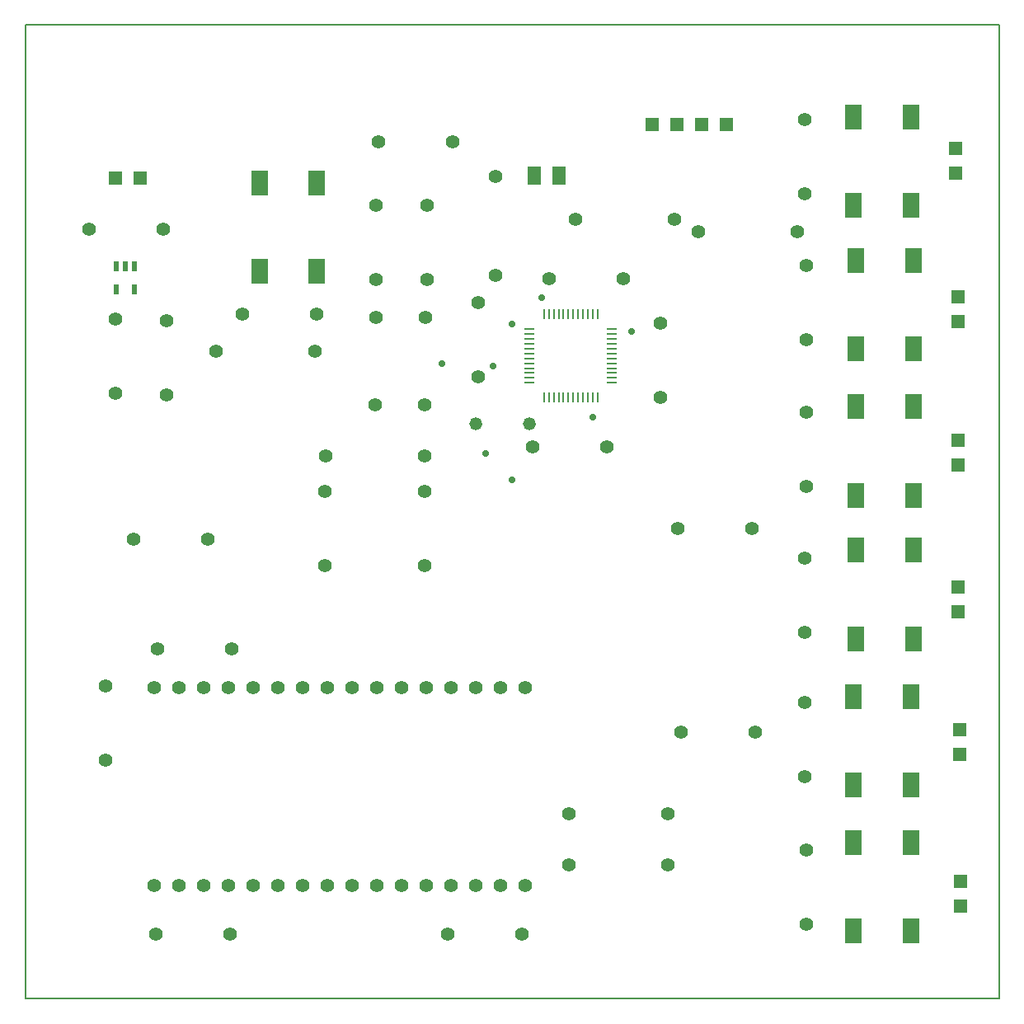
<source format=gbr>
%FSLAX23Y23*%
%MOIN*%
G04 EasyPC Gerber Version 12.0.1 Build 2704 *
%ADD80R,0.00781X0.04324*%
%ADD83R,0.01962X0.04324*%
%ADD76R,0.05600X0.07600*%
%ADD79R,0.07080X0.09836*%
%ADD78R,0.05600X0.05600*%
%ADD95C,0.00800*%
%ADD84C,0.02800*%
%ADD85C,0.05200*%
%ADD82C,0.05600*%
%ADD77C,0.05600*%
%ADD81R,0.04324X0.00781*%
X0Y0D02*
D02*
D76*
X2061Y3331D03*
X2161D03*
D02*
D77*
X260Y3114D03*
X329Y969D03*
Y1269D03*
X368Y2450D03*
Y2750D03*
X441Y1860D03*
X530Y266D03*
X539Y1417D03*
X560Y3114D03*
X575Y2445D03*
Y2745D03*
X741Y1860D03*
X775Y2622D03*
X830Y266D03*
X839Y1417D03*
X880Y2770D03*
X1175Y2622D03*
X1180Y2770D03*
X1215Y1756D03*
Y2056D03*
X1218Y2199D03*
X1418Y2406D03*
X1422Y2758D03*
Y2911D03*
Y3211D03*
X1431Y3469D03*
X1618Y1756D03*
Y2056D03*
Y2199D03*
Y2406D03*
X1622Y2758D03*
X1628Y2911D03*
Y3211D03*
X1711Y266D03*
X1731Y3469D03*
X1835Y2517D03*
Y2817D03*
X1904Y2929D03*
Y3329D03*
X2011Y266D03*
X2055Y2234D03*
X2121Y2915D03*
X2202Y545D03*
Y752D03*
X2228Y3154D03*
X2355Y2234D03*
X2421Y2915D03*
X2573Y2435D03*
Y2735D03*
X2602Y545D03*
Y752D03*
X2628Y3154D03*
X2642Y1904D03*
X2656Y1083D03*
X2724Y3104D03*
X2942Y1904D03*
X2956Y1083D03*
X3124Y3104D03*
X3154Y1485D03*
Y1785D03*
Y3257D03*
Y3557D03*
X3156Y903D03*
Y1203D03*
X3163Y304D03*
Y604D03*
Y2076D03*
Y2376D03*
Y2667D03*
Y2967D03*
D02*
D78*
X367Y3321D03*
X467D03*
X2539Y3537D03*
X2639D03*
X2739D03*
X2839D03*
X3764Y3341D03*
Y3441D03*
X3774Y1569D03*
Y1669D03*
Y2160D03*
Y2260D03*
Y2740D03*
Y2840D03*
X3780Y992D03*
Y1092D03*
X3784Y378D03*
Y478D03*
D02*
D79*
X951Y2945D03*
Y3303D03*
X1183Y2945D03*
Y3303D03*
X3352Y278D03*
Y636D03*
Y868D03*
Y1226D03*
Y3211D03*
Y3569D03*
X3362Y1459D03*
Y1817D03*
Y2039D03*
Y2398D03*
Y2630D03*
Y2988D03*
X3585Y278D03*
Y636D03*
Y868D03*
Y1226D03*
Y3211D03*
Y3569D03*
X3595Y1459D03*
Y1817D03*
Y2039D03*
Y2398D03*
Y2630D03*
Y2988D03*
D02*
D80*
X2100Y2435D03*
Y2770D03*
X2120Y2435D03*
Y2770D03*
X2140Y2435D03*
Y2770D03*
X2160Y2435D03*
Y2770D03*
X2179Y2435D03*
Y2770D03*
X2199Y2435D03*
Y2770D03*
X2219Y2435D03*
Y2770D03*
X2238Y2435D03*
Y2770D03*
X2258Y2435D03*
Y2770D03*
X2278Y2435D03*
Y2770D03*
X2297Y2435D03*
Y2770D03*
X2317Y2435D03*
Y2770D03*
D02*
D81*
X2041Y2494D03*
Y2514D03*
Y2534D03*
Y2553D03*
Y2573D03*
Y2593D03*
Y2612D03*
Y2632D03*
Y2652D03*
Y2671D03*
Y2691D03*
Y2711D03*
X2376Y2494D03*
Y2514D03*
Y2534D03*
Y2553D03*
Y2573D03*
Y2593D03*
Y2612D03*
Y2632D03*
Y2652D03*
Y2671D03*
Y2691D03*
Y2711D03*
D02*
D82*
X524Y460D03*
Y1260D03*
X624Y460D03*
Y1260D03*
X724Y460D03*
Y1260D03*
X824Y460D03*
Y1260D03*
X924Y460D03*
Y1260D03*
X1024Y460D03*
Y1260D03*
X1124Y460D03*
Y1260D03*
X1224Y460D03*
Y1260D03*
X1324Y460D03*
Y1260D03*
X1424Y460D03*
Y1260D03*
X1524Y460D03*
Y1260D03*
X1624Y460D03*
Y1260D03*
X1724Y460D03*
Y1260D03*
X1824Y460D03*
Y1260D03*
X1924Y460D03*
Y1260D03*
X2024Y460D03*
Y1260D03*
D02*
D83*
X370Y2870D03*
Y2965D03*
X408D03*
X445Y2870D03*
Y2965D03*
D02*
D84*
X1687Y2573D03*
X1864Y2209D03*
X1894Y2563D03*
X1973Y2100D03*
Y2730D03*
X2091Y2839D03*
X2297Y2356D03*
X2455Y2701D03*
D02*
D85*
X1825Y2327D03*
X2041D03*
D02*
D95*
X4Y4D02*
X3941D01*
Y3941*
X4*
Y4*
X0Y0D02*
M02*

</source>
